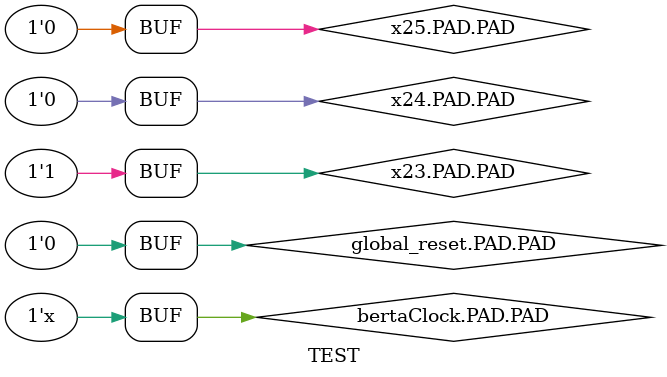
<source format=v>
`timescale 1ns / 1ps 
 
module TEST; 
 
// Inputs 
reg \bertaClock.PAD.PAD ;
reg \global_reset.PAD.PAD ;
reg \x25.PAD.PAD ;
reg \x24.PAD.PAD ;
reg \x23.PAD.PAD ;

// Outputs 
wire \u38ah_FINAL_OUTPUT.OUTBUF.OUT ;
wire \z4re_FINAL_OUTPUT.OUTBUF.OUT ;
wire \z2re_FINAL_OUTPUT.OUTBUF.OUT ;
wire \z0re_FINAL_OUTPUT.OUTBUF.OUT ;
wire \u39ah_FINAL_OUTPUT.OUTBUF.OUT ;
wire \z5re_FINAL_OUTPUT.OUTBUF.OUT ;
wire \u34fe_FINAL_OUTPUT.OUTBUF.OUT ;
wire \z50al_FINAL_OUTPUT.OUTBUF.OUT ;
wire \z51al_FINAL_OUTPUT.OUTBUF.OUT ;
wire \n44_FINAL_OUTPUT.OUTBUF.OUT ;
wire \u37ah_FINAL_OUTPUT.OUTBUF.OUT ;
wire \z3re_FINAL_OUTPUT.OUTBUF.OUT ;
wire \z1re_FINAL_OUTPUT.OUTBUF.OUT ;
wire \u35fe_FINAL_OUTPUT.OUTBUF.OUT ;
wire \u36fe_FINAL_OUTPUT.OUTBUF.OUT ;
 
// Instantiate the Unit Under Test (UUT) 
 
HelloWorld uut (
.\bertaClock.PAD.PAD (\bertaClock.PAD.PAD ),
.\global_reset.PAD.PAD (\global_reset.PAD.PAD ),
.\x25.PAD.PAD (\x25.PAD.PAD ),
.\x24.PAD.PAD (\x24.PAD.PAD ),
.\x23.PAD.PAD (\x23.PAD.PAD ),
.\u38ah_FINAL_OUTPUT.OUTBUF.OUT (\u38ah_FINAL_OUTPUT.OUTBUF.OUT ),
.\z4re_FINAL_OUTPUT.OUTBUF.OUT (\z4re_FINAL_OUTPUT.OUTBUF.OUT ),
.\z2re_FINAL_OUTPUT.OUTBUF.OUT (\z2re_FINAL_OUTPUT.OUTBUF.OUT ),
.\z0re_FINAL_OUTPUT.OUTBUF.OUT (\z0re_FINAL_OUTPUT.OUTBUF.OUT ),
.\u39ah_FINAL_OUTPUT.OUTBUF.OUT (\u39ah_FINAL_OUTPUT.OUTBUF.OUT ),
.\z5re_FINAL_OUTPUT.OUTBUF.OUT (\z5re_FINAL_OUTPUT.OUTBUF.OUT ),
.\u34fe_FINAL_OUTPUT.OUTBUF.OUT (\u34fe_FINAL_OUTPUT.OUTBUF.OUT ),
.\z50al_FINAL_OUTPUT.OUTBUF.OUT (\z50al_FINAL_OUTPUT.OUTBUF.OUT ),
.\z51al_FINAL_OUTPUT.OUTBUF.OUT (\z51al_FINAL_OUTPUT.OUTBUF.OUT ),
.\n44_FINAL_OUTPUT.OUTBUF.OUT (\n44_FINAL_OUTPUT.OUTBUF.OUT ),
.\u37ah_FINAL_OUTPUT.OUTBUF.OUT (\u37ah_FINAL_OUTPUT.OUTBUF.OUT ),
.\z3re_FINAL_OUTPUT.OUTBUF.OUT (\z3re_FINAL_OUTPUT.OUTBUF.OUT ),
.\z1re_FINAL_OUTPUT.OUTBUF.OUT (\z1re_FINAL_OUTPUT.OUTBUF.OUT ),
.\u35fe_FINAL_OUTPUT.OUTBUF.OUT (\u35fe_FINAL_OUTPUT.OUTBUF.OUT ),
.\u36fe_FINAL_OUTPUT.OUTBUF.OUT (\u36fe_FINAL_OUTPUT.OUTBUF.OUT )
);

initial begin
// Initialize Inputs
\bertaClock.PAD.PAD  = 0;
\global_reset.PAD.PAD  = 0;
\x25.PAD.PAD  = 0;
\x24.PAD.PAD  = 0;
\x23.PAD.PAD  = 0;

#25;
\global_reset.PAD.PAD  = 1;


#10;
\global_reset.PAD.PAD  = 0;
// Wait 100 ns for global reset to finish
	#100;

	// Add stimulus here
	\x23.PAD.PAD  = 1;

end

always begin
#50  \bertaClock.PAD.PAD  = ~\bertaClock.PAD.PAD ;
end

endmodule
</source>
